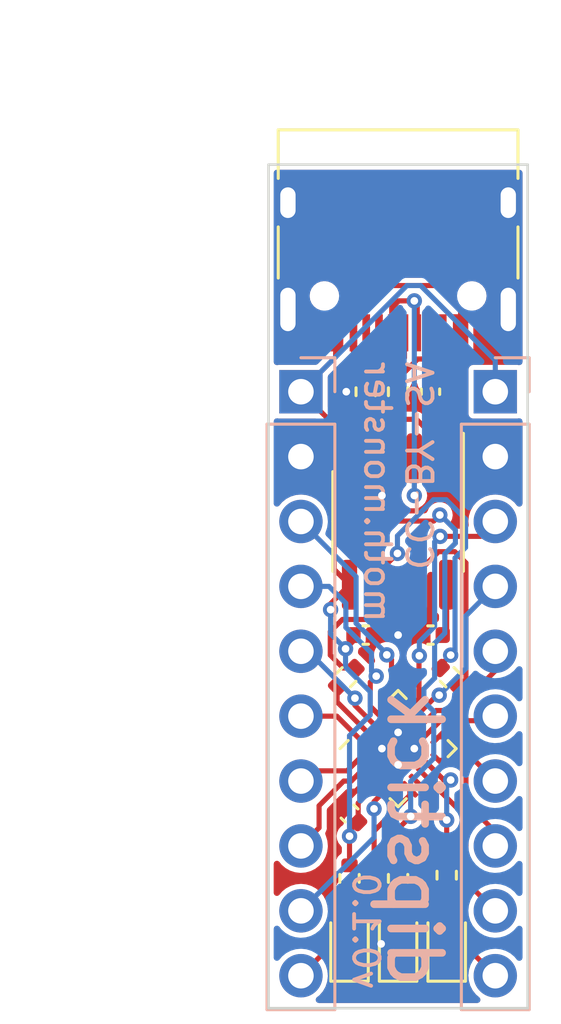
<source format=kicad_pcb>
(kicad_pcb (version 20211014) (generator pcbnew)
  (layers (0 "F.Cu" signal) (31 "B.Cu" signal) (34 "B.Paste" user) (35 "F.Paste" user) (36 "B.SilkS" user "B.Silkscreen") (37 "F.SilkS" user "F.Silkscreen") (38 "B.Mask" user) (39 "F.Mask" user) (44 "Edge.Cuts" user))
  (net 0 "")
  (net 3 "D-")
  (net 4 "D+")
  (net 5 "GND")
  (net 6 "Net-(U2-Pad8)")
  (net 7 "+5V")
  (net 8 "Net-(D1-Pad2)")
  (net 9 "Net-(D2-Pad2)")
  (net 10 "Net-(D3-Pad2)")
  (net 11 "Net-(J1-PadB5)")
  (net 12 "Net-(J1-PadA5)")
  (net 13 "C1")
  (net 14 "C2")
  (net 15 "C3")
  (net 16 "B4")
  (net 17 "A7")
  (net 18 "A6")
  (net 19 "A5")
  (net 20 "A4")
  (net 21 "B0")
  (net 22 "B1")
  (net 23 "B2")
  (net 24 "B3")
  (net 25 "A1")
  (net 26 "A2")
  (net 27 "A3")
  (net 28 "C0")
  (net 29 "TXLED")
  (net 30 "LED")
  (net 31 "UPDI")
  (net 32 "Net-(U2-Pad6)")
  (net 33 "Net-(U1-Pad19)")
  (footprint "Capacitor_SMD:C_0402_1005Metric" (layer "F.Cu") (at 31.75 43.815)
    (fp_text reference "C1" hide)
    (fp_text value "100nF")
    (fp_line (start -0.107836 -0.36) (end 0.107836 -0.36) (layer "F.SilkS") (width 0.12))
    (fp_line (start -0.107836 0.36) (end 0.107836 0.36) (layer "F.SilkS") (width 0.12))
    (pad "1" smd roundrect (at -0.48 0) (size 0.56 0.62) (layers "F.Cu" "F.Paste" "F.Mask") (net 5 "GND"))
    (pad "2" smd roundrect (at 0.48 0) (size 0.56 0.62) (layers "F.Cu" "F.Paste" "F.Mask") (net 6 "Net-(U2-Pad8)"))
  )
  (footprint "Package_SO:SOIC-8_3.9x4.9mm_P1.27mm" (layer "F.Cu") (at 30.48 39.37 -90)
    (fp_text reference "U2" hide)
    (fp_text value "CH330N")
    (fp_line (start 0 -2.56) (end -3.45 -2.56) (layer "F.SilkS") (width 0.12))
    (fp_line (start 0 -2.56) (end 1.95 -2.56) (layer "F.SilkS") (width 0.12))
    (fp_line (start 0 2.56) (end -1.95 2.56) (layer "F.SilkS") (width 0.12))
    (fp_line (start 0 2.56) (end 1.95 2.56) (layer "F.SilkS") (width 0.12))
    (pad "1" smd roundrect (at -2.475 -1.905 270) (size 1.95 0.6) (layers "F.Cu" "F.Paste" "F.Mask") (net 4 "D+"))
    (pad "2" smd roundrect (at -2.475 -0.635 270) (size 1.95 0.6) (layers "F.Cu" "F.Paste" "F.Mask") (net 3 "D-"))
    (pad "3" smd roundrect (at -2.475 0.635 270) (size 1.95 0.6) (layers "F.Cu" "F.Paste" "F.Mask") (net 5 "GND"))
    (pad "4" smd roundrect (at -2.475 1.905 270) (size 1.95 0.6) (layers "F.Cu" "F.Paste" "F.Mask") (net 29 "TXLED"))
    (pad "5" smd roundrect (at 2.475 1.905 270) (size 1.95 0.6) (layers "F.Cu" "F.Paste" "F.Mask") (net 7 "+5V"))
    (pad "6" smd roundrect (at 2.475 0.635 270) (size 1.95 0.6) (layers "F.Cu" "F.Paste" "F.Mask") (net 32 "Net-(U2-Pad6)"))
    (pad "7" smd roundrect (at 2.475 -0.635 270) (size 1.95 0.6) (layers "F.Cu" "F.Paste" "F.Mask") (net 31 "UPDI"))
    (pad "8" smd roundrect (at 2.475 -1.905 270) (size 1.95 0.6) (layers "F.Cu" "F.Paste" "F.Mask") (net 6 "Net-(U2-Pad8)"))
  )
  (footprint "Resistor_SMD:R_0402_1005Metric" (layer "F.Cu") (at 29.21 34.29 90)
    (fp_text reference "R2" hide)
    (fp_text value "5.1k")
    (fp_line (start -0.153641 -0.38) (end 0.153641 -0.38) (layer "F.SilkS") (width 0.12))
    (fp_line (start -0.153641 0.38) (end 0.153641 0.38) (layer "F.SilkS") (width 0.12))
    (pad "1" smd roundrect (at -0.51 0 90) (size 0.54 0.64) (layers "F.Cu" "F.Paste" "F.Mask") (net 5 "GND"))
    (pad "2" smd roundrect (at 0.51 0 90) (size 0.54 0.64) (layers "F.Cu" "F.Paste" "F.Mask") (net 11 "Net-(J1-PadB5)"))
  )
  (footprint "Capacitor_SMD:C_0402_1005Metric" (layer "F.Cu") (at 29.21 43.815)
    (fp_text reference "C3" hide)
    (fp_text value "100nF")
    (fp_line (start -0.107836 0.36) (end 0.107836 0.36) (layer "F.SilkS") (width 0.12))
    (fp_line (start -0.107836 -0.36) (end 0.107836 -0.36) (layer "F.SilkS") (width 0.12))
    (pad "1" smd roundrect (at -0.48 0) (size 0.56 0.62) (layers "F.Cu" "F.Paste" "F.Mask") (net 7 "+5V"))
    (pad "2" smd roundrect (at 0.48 0) (size 0.56 0.62) (layers "F.Cu" "F.Paste" "F.Mask") (net 5 "GND"))
  )
  (footprint "Connector_USB:USB_C_Receptacle_HRO_TYPE-C-31-M-12" (layer "F.Cu") (at 30.48 27.94 180)
    (fp_text reference "J1" hide)
    (fp_text value "USB_C_Receptacle_USB2.0" hide)
    (fp_line (start -4.7 -1.9) (end -4.7 0.1) (layer "F.SilkS") (width 0.12))
    (fp_line (start 4.7 -1.9) (end 4.7 0.1) (layer "F.SilkS") (width 0.12))
    (fp_line (start 4.7 2) (end 4.7 3.9) (layer "F.SilkS") (width 0.12))
    (fp_line (start -4.7 3.9) (end 4.7 3.9) (layer "F.SilkS") (width 0.12))
    (fp_line (start -4.7 2) (end -4.7 3.9) (layer "F.SilkS") (width 0.12))
    (pad "" np_thru_hole circle (at 2.89 -2.6 180) (size 0.65 0.65) (drill 0.65) (layers *.Cu *.Mask))
    (pad "" np_thru_hole circle (at -2.89 -2.6 180) (size 0.65 0.65) (drill 0.65) (layers *.Cu *.Mask))
    (pad "A1" smd rect (at -3.25 -4.045 180) (size 0.6 1.45) (layers "F.Cu" "F.Paste" "F.Mask") (net 5 "GND"))
    (pad "A4" smd rect (at -2.45 -4.045 180) (size 0.6 1.45) (layers "F.Cu" "F.Paste" "F.Mask") (net 7 "+5V"))
    (pad "A5" smd rect (at -1.25 -4.045 180) (size 0.3 1.45) (layers "F.Cu" "F.Paste" "F.Mask") (net 12 "Net-(J1-PadA5)"))
    (pad "A6" smd rect (at -0.25 -4.045 180) (size 0.3 1.45) (layers "F.Cu" "F.Paste" "F.Mask") (net 4 "D+"))
    (pad "A7" smd rect (at 0.25 -4.045 180) (size 0.3 1.45) (layers "F.Cu" "F.Paste" "F.Mask") (net 3 "D-"))
    (pad "A8" smd rect (at 1.25 -4.045 180) (size 0.3 1.45) (layers "F.Cu" "F.Paste" "F.Mask"))
    (pad "A9" smd rect (at 2.45 -4.045 180) (size 0.6 1.45) (layers "F.Cu" "F.Paste" "F.Mask") (net 7 "+5V"))
    (pad "A12" smd rect (at 3.25 -4.045 180) (size 0.6 1.45) (layers "F.Cu" "F.Paste" "F.Mask") (net 5 "GND"))
    (pad "B1" smd rect (at 3.25 -4.045 180) (size 0.6 1.45) (layers "F.Cu" "F.Paste" "F.Mask") (net 5 "GND"))
    (pad "B4" smd rect (at 2.45 -4.045 180) (size 0.6 1.45) (layers "F.Cu" "F.Paste" "F.Mask") (net 7 "+5V"))
    (pad "B5" smd rect (at 1.75 -4.045 180) (size 0.3 1.45) (layers "F.Cu" "F.Paste" "F.Mask") (net 11 "Net-(J1-PadB5)"))
    (pad "B6" smd rect (at 0.75 -4.045 180) (size 0.3 1.45) (layers "F.Cu" "F.Paste" "F.Mask") (net 4 "D+"))
    (pad "B7" smd rect (at -0.75 -4.045 180) (size 0.3 1.45) (layers "F.Cu" "F.Paste" "F.Mask") (net 3 "D-"))
    (pad "B8" smd rect (at -1.75 -4.045 180) (size 0.3 1.45) (layers "F.Cu" "F.Paste" "F.Mask"))
    (pad "B9" smd rect (at -2.45 -4.045 180) (size 0.6 1.45) (layers "F.Cu" "F.Paste" "F.Mask") (net 7 "+5V"))
    (pad "B12" smd rect (at -3.25 -4.045 180) (size 0.6 1.45) (layers "F.Cu" "F.Paste" "F.Mask") (net 5 "GND"))
    (pad "S1" thru_hole oval (at 4.32 -3.13 180) (size 1 2.1) (drill oval 0.6 1.7) (layers *.Cu *.Mask) (net 5 "GND"))
    (pad "S1" thru_hole oval (at 4.32 1.05 180) (size 1 1.6) (drill oval 0.6 1.2) (layers *.Cu *.Mask) (net 5 "GND"))
    (pad "S1" thru_hole oval (at -4.32 1.05 180) (size 1 1.6) (drill oval 0.6 1.2) (layers *.Cu *.Mask) (net 5 "GND"))
    (pad "S1" thru_hole oval (at -4.32 -3.13 180) (size 1 2.1) (drill oval 0.6 1.7) (layers *.Cu *.Mask) (net 5 "GND"))
  )
  (footprint "Resistor_SMD:R_0402_1005Metric" (layer "F.Cu") (at 32.385 53.215 -90)
    (fp_text reference "R7" hide)
    (fp_text value "1k")
    (fp_line (start -0.153641 0.38) (end 0.153641 0.38) (layer "F.SilkS") (width 0.12))
    (fp_line (start -0.153641 -0.38) (end 0.153641 -0.38) (layer "F.SilkS") (width 0.12))
    (pad "1" smd roundrect (at -0.51 0 270) (size 0.54 0.64) (layers "F.Cu" "F.Paste" "F.Mask") (net 30 "LED"))
    (pad "2" smd roundrect (at 0.51 0 270) (size 0.54 0.64) (layers "F.Cu" "F.Paste" "F.Mask") (net 10 "Net-(D3-Pad2)"))
  )
  (footprint "Resistor_SMD:R_0402_1005Metric" (layer "F.Cu") (at 30.48 53.34 -90)
    (fp_text reference "R6" hide)
    (fp_text value "1k")
    (fp_line (start -0.153641 -0.38) (end 0.153641 -0.38) (layer "F.SilkS") (width 0.12))
    (fp_line (start -0.153641 0.38) (end 0.153641 0.38) (layer "F.SilkS") (width 0.12))
    (pad "1" smd roundrect (at -0.51 0 270) (size 0.54 0.64) (layers "F.Cu" "F.Paste" "F.Mask") (net 29 "TXLED"))
    (pad "2" smd roundrect (at 0.51 0 270) (size 0.54 0.64) (layers "F.Cu" "F.Paste" "F.Mask") (net 9 "Net-(D2-Pad2)"))
  )
  (footprint "Resistor_SMD:R_0402_1005Metric" (layer "F.Cu") (at 28.448 45.466 45)
    (fp_text reference "R4" hide)
    (fp_text value "470R")
    (fp_line (start -0.153641 -0.38) (end 0.153641 -0.38) (layer "F.SilkS") (width 0.12))
    (fp_line (start -0.153641 0.38) (end 0.153641 0.38) (layer "F.SilkS") (width 0.12))
    (pad "1" smd roundrect (at -0.51 0 45) (size 0.54 0.64) (layers "F.Cu" "F.Paste" "F.Mask") (net 33 "Net-(U1-Pad19)"))
    (pad "2" smd roundrect (at 0.51 0 45) (size 0.54 0.64) (layers "F.Cu" "F.Paste" "F.Mask") (net 31 "UPDI"))
  )
  (footprint "LED_SMD:LED_0603_1608Metric" (layer "F.Cu") (at 32.385 55.88 90)
    (fp_text reference "D3" hide)
    (fp_text value "LED")
    (fp_line (start -1.485 0.735) (end 0.8 0.735) (layer "F.SilkS") (width 0.12))
    (fp_line (start -1.485 -0.735) (end -1.485 0.735) (layer "F.SilkS") (width 0.12))
    (fp_line (start 0.8 -0.735) (end -1.485 -0.735) (layer "F.SilkS") (width 0.12))
    (pad "1" smd roundrect (at -0.7875 0 90) (size 0.875 0.95) (layers "F.Cu" "F.Paste" "F.Mask") (net 5 "GND"))
    (pad "2" smd roundrect (at 0.7875 0 90) (size 0.875 0.95) (layers "F.Cu" "F.Paste" "F.Mask") (net 10 "Net-(D3-Pad2)"))
  )
  (footprint "Resistor_SMD:R_0402_1005Metric" (layer "F.Cu") (at 32.512 45.466 -45)
    (fp_text reference "R3" hide)
    (fp_text value "4k7")
    (fp_line (start -0.153641 0.38) (end 0.153641 0.38) (layer "F.SilkS") (width 0.12))
    (fp_line (start -0.153641 -0.38) (end 0.153641 -0.38) (layer "F.SilkS") (width 0.12))
    (pad "1" smd roundrect (at -0.51 0 315) (size 0.54 0.64) (layers "F.Cu" "F.Paste" "F.Mask") (net 32 "Net-(U2-Pad6)"))
    (pad "2" smd roundrect (at 0.51 0 315) (size 0.54 0.64) (layers "F.Cu" "F.Paste" "F.Mask") (net 31 "UPDI"))
  )
  (footprint "LED_SMD:LED_0603_1608Metric" (layer "F.Cu") (at 30.48 55.88 90)
    (fp_text reference "D2" hide)
    (fp_text value "LED")
    (fp_line (start -1.485 -0.735) (end -1.485 0.735) (layer "F.SilkS") (width 0.12))
    (fp_line (start -1.485 0.735) (end 0.8 0.735) (layer "F.SilkS") (width 0.12))
    (fp_line (start 0.8 -0.735) (end -1.485 -0.735) (layer "F.SilkS") (width 0.12))
    (pad "1" smd roundrect (at -0.7875 0 90) (size 0.875 0.95) (layers "F.Cu" "F.Paste" "F.Mask") (net 5 "GND"))
    (pad "2" smd roundrect (at 0.7875 0 90) (size 0.875 0.95) (layers "F.Cu" "F.Paste" "F.Mask") (net 9 "Net-(D2-Pad2)"))
  )
  (footprint "Resistor_SMD:R_0402_1005Metric" (layer "F.Cu") (at 28.575 53.34 -90)
    (fp_text reference "R5" hide)
    (fp_text value "1k")
    (fp_line (start -0.153641 0.38) (end 0.153641 0.38) (layer "F.SilkS") (width 0.12))
    (fp_line (start -0.153641 -0.38) (end 0.153641 -0.38) (layer "F.SilkS") (width 0.12))
    (pad "1" smd roundrect (at -0.51 0 270) (size 0.54 0.64) (layers "F.Cu" "F.Paste" "F.Mask") (net 7 "+5V"))
    (pad "2" smd roundrect (at 0.51 0 270) (size 0.54 0.64) (layers "F.Cu" "F.Paste" "F.Mask") (net 8 "Net-(D1-Pad2)"))
  )
  (footprint "LED_SMD:LED_0603_1608Metric" (layer "F.Cu") (at 28.575 55.88 90)
    (fp_text reference "D1" hide)
    (fp_text value "LED")
    (fp_line (start -1.485 -0.735) (end -1.485 0.735) (layer "F.SilkS") (width 0.12))
    (fp_line (start -1.485 0.735) (end 0.8 0.735) (layer "F.SilkS") (width 0.12))
    (fp_line (start 0.8 -0.735) (end -1.485 -0.735) (layer "F.SilkS") (width 0.12))
    (pad "1" smd roundrect (at -0.7875 0 90) (size 0.875 0.95) (layers "F.Cu" "F.Paste" "F.Mask") (net 5 "GND"))
    (pad "2" smd roundrect (at 0.7875 0 90) (size 0.875 0.95) (layers "F.Cu" "F.Paste" "F.Mask") (net 8 "Net-(D1-Pad2)"))
  )
  (footprint "Package_DFN_QFN:VQFN-20-1EP_3x3mm_P0.4mm_EP1.7x1.7mm" (layer "F.Cu") (at 30.48 48.26 45)
    (fp_text reference "U1" hide)
    (fp_text value "ATtiny3216-M")
    (fp_line (start 1.61 -1.61) (end 1.61 -1.16) (layer "F.SilkS") (width 0.12))
    (fp_line (start 1.61 1.61) (end 1.61 1.16) (layer "F.SilkS") (width 0.12))
    (fp_line (start -1.61 1.61) (end -1.61 1.16) (layer "F.SilkS") (width 0.12))
    (fp_line (start -1.16 -1.61) (end -1.61 -1.61) (layer "F.SilkS") (width 0.12))
    (fp_line (start 1.16 -1.61) (end 1.61 -1.61) (layer "F.SilkS") (width 0.12))
    (fp_line (start -1.16 1.61) (end -1.61 1.61) (layer "F.SilkS") (width 0.12))
    (fp_line (start 1.16 1.61) (end 1.61 1.61) (layer "F.SilkS") (width 0.12))
    (pad "1" smd custom (at -1.45 -0.8 45) (size 0.143431 0.143431) (layers "F.Cu" "F.Paste" "F.Mask") (net 26 "A2") (options (clearance outline) (anchor circle)) (primitives (gr_poly (pts (xy 0.35 0.000711) (xy 0.35 0.05) (xy -0.35 0.05) (xy -0.35 -0.05) (xy 0.299289 -0.05)) (width 0.1) (fill yes))))
    (pad "2" smd roundrect (at -1.45 -0.4 45) (size 0.8 0.2) (layers "F.Cu" "F.Paste" "F.Mask") (net 27 "A3"))
    (pad "3" smd roundrect (at -1.45 0 45) (size 0.8 0.2) (layers "F.Cu" "F.Paste" "F.Mask") (net 5 "GND"))
    (pad "4" smd roundrect (at -1.45 0.4 45) (size 0.8 0.2) (layers "F.Cu" "F.Paste" "F.Mask") (net 7 "+5V"))
    (pad "5" smd custom (at -1.45 0.8 45) (size 0.143431 0.143431) (layers "F.Cu" "F.Paste" "F.Mask") (net 20 "A4") (options (clearance outline) (anchor circle)) (primitives (gr_poly (pts (xy 0.35 -0.000711) (xy 0.299289 0.05) (xy -0.35 0.05) (xy -0.35 -0.05) (xy 0.35 -0.05)) (width 0.1) (fill yes))))
    (pad "6" smd custom (at -0.8 1.45 45) (size 0.143431 0.143431) (layers "F.Cu" "F.Paste" "F.Mask") (net 19 "A5") (options (clearance outline) (anchor circle)) (primitives (gr_poly (pts (xy 0.05 0.35) (xy -0.05 0.35) (xy -0.05 -0.299289) (xy 0.000711 -0.35) (xy 0.05 -0.35)) (width 0.1) (fill yes))))
    (pad "7" smd roundrect (at -0.4 1.45 45) (size 0.2 0.8) (layers "F.Cu" "F.Paste" "F.Mask") (net 18 "A6"))
    (pad "8" smd roundrect (at 0 1.45 45) (size 0.2 0.8) (layers "F.Cu" "F.Paste" "F.Mask") (net 17 "A7"))
    (pad "9" smd roundrect (at 0.4 1.45 45) (size 0.2 0.8) (layers "F.Cu" "F.Paste" "F.Mask") (net 30 "LED"))
    (pad "10" smd custom (at 0.8 1.45 45) (size 0.143431 0.143431) (layers "F.Cu" "F.Paste" "F.Mask") (net 16 "B4") (options (clearance outline) (anchor circle)) (primitives (gr_poly (pts (xy 0.05 -0.299289) (xy 0.05 0.35) (xy -0.05 0.35) (xy -0.05 -0.35) (xy -0.000711 -0.35)) (width 0.1) (fill yes))))
    (pad "11" smd custom (at 1.45 0.8 45) (size 0.143431 0.143431) (layers "F.Cu" "F.Paste" "F.Mask") (net 24 "B3") (options (clearance outline) (anchor circle)) (primitives (gr_poly (pts (xy 0.35 0.05) (xy -0.299289 0.05) (xy -0.35 -0.000711) (xy -0.35 -0.05) (xy 0.35 -0.05)) (width 0.1) (fill yes))))
    (pad "12" smd roundrect (at 1.45 0.4 45) (size 0.8 0.2) (layers "F.Cu" "F.Paste" "F.Mask") (net 23 "B2"))
    (pad "13" smd roundrect (at 1.45 0 45) (size 0.8 0.2) (layers "F.Cu" "F.Paste" "F.Mask") (net 22 "B1"))
    (pad "14" smd roundrect (at 1.45 -0.4 45) (size 0.8 0.2) (layers "F.Cu" "F.Paste" "F.Mask") (net 21 "B0"))
    (pad "15" smd custom (at 1.45 -0.8 45) (size 0.143431 0.143431) (layers "F.Cu" "F.Paste" "F.Mask") (net 28 "C0") (options (clearance outline) (anchor circle)) (primitives (gr_poly (pts (xy 0.35 0.05) (xy -0.35 0.05) (xy -0.35 0.000711) (xy -0.299289 -0.05) (xy 0.35 -0.05)) (width 0.1) (fill yes))))
    (pad "16" smd custom (at 0.8 -1.45 45) (size 0.143431 0.143431) (layers "F.Cu" "F.Paste" "F.Mask") (net 13 "C1") (options (clearance outline) (anchor circle)) (primitives (gr_poly (pts (xy 0.05 0.299289) (xy -0.000711 0.35) (xy -0.05 0.35) (xy -0.05 -0.35) (xy 0.05 -0.35)) (width 0.1) (fill yes))))
    (pad "17" smd roundrect (at 0.4 -1.45 45) (size 0.2 0.8) (layers "F.Cu" "F.Paste" "F.Mask") (net 14 "C2"))
    (pad "18" smd roundrect (at 0 -1.45 45) (size 0.2 0.8) (layers "F.Cu" "F.Paste" "F.Mask") (net 15 "C3"))
    (pad "19" smd roundrect (at -0.4 -1.45 45) (size 0.2 0.8) (layers "F.Cu" "F.Paste" "F.Mask") (net 33 "Net-(U1-Pad19)"))
    (pad "20" smd custom (at -0.8 -1.45 45) (size 0.143431 0.143431) (layers "F.Cu" "F.Paste" "F.Mask") (net 25 "A1") (options (clearance outline) (anchor circle)) (primitives (gr_poly (pts (xy 0.05 0.35) (xy 0.000711 0.35) (xy -0.05 0.299289) (xy -0.05 -0.35) (xy 0.05 -0.35)) (width 0.1) (fill yes))))
    (pad "21" smd rect (at 0 0 45) (size 1.7 1.7) (layers "F.Cu" "F.Mask") (net 5 "GND"))
  )
  (footprint "Capacitor_SMD:C_0402_1005Metric" (layer "F.Cu") (at 28.575 50.8 135)
    (fp_text reference "C4" hide)
    (fp_text value "100nF")
    (fp_line (start -0.107836 0.36) (end 0.107836 0.36) (layer "F.SilkS") (width 0.12))
    (fp_line (start -0.107836 -0.36) (end 0.107836 -0.36) (layer "F.SilkS") (width 0.12))
    (pad "1" smd roundrect (at -0.48 0 135) (size 0.56 0.62) (layers "F.Cu" "F.Paste" "F.Mask") (net 7 "+5V"))
    (pad "2" smd roundrect (at 0.48 0 135) (size 0.56 0.62) (layers "F.Cu" "F.Paste" "F.Mask") (net 5 "GND"))
  )
  (footprint "Capacitor_SMD:C_0402_1005Metric" (layer "F.Cu") (at 31.75 34.29 -90)
    (fp_text reference "C2" hide)
    (fp_text value "4.7uF")
    (fp_line (start -0.107836 -0.36) (end 0.107836 -0.36) (layer "F.SilkS") (width 0.12))
    (fp_line (start -0.107836 0.36) (end 0.107836 0.36) (layer "F.SilkS") (width 0.12))
    (pad "1" smd roundrect (at -0.48 0 270) (size 0.56 0.62) (layers "F.Cu" "F.Paste" "F.Mask") (net 7 "+5V"))
    (pad "2" smd roundrect (at 0.48 0 270) (size 0.56 0.62) (layers "F.Cu" "F.Paste" "F.Mask") (net 5 "GND"))
  )
  (footprint "Resistor_SMD:R_0402_1005Metric" (layer "F.Cu") (at 30.48 34.29 -90)
    (fp_text reference "R1" hide)
    (fp_text value "5.1k")
    (fp_line (start -0.153641 -0.38) (end 0.153641 -0.38) (layer "F.SilkS") (width 0.12))
    (fp_line (start -0.153641 0.38) (end 0.153641 0.38) (layer "F.SilkS") (width 0.12))
    (pad "1" smd roundrect (at -0.51 0 270) (size 0.54 0.64) (layers "F.Cu" "F.Paste" "F.Mask") (net 12 "Net-(J1-PadA5)"))
    (pad "2" smd roundrect (at 0.51 0 270) (size 0.54 0.64) (layers "F.Cu" "F.Paste" "F.Mask") (net 5 "GND"))
  )
  (footprint "Connector_PinHeader_2.54mm:PinHeader_1x10_P2.54mm_Vertical" (layer "B.Cu") (at 34.29 34.29 180)
    (fp_text reference "J3" hide)
    (fp_text value "Conn_01x10_Male" hide)
    (fp_line (start -1.33 -24.19) (end 1.33 -24.19) (layer "B.SilkS") (width 0.12))
    (fp_line (start -1.33 -1.27) (end -1.33 -24.19) (layer "B.SilkS") (width 0.12))
    (fp_line (start -1.33 1.33) (end 0 1.33) (layer "B.SilkS") (width 0.12))
    (fp_line (start -1.33 -1.27) (end 1.33 -1.27) (layer "B.SilkS") (width 0.12))
    (fp_line (start -1.33 0) (end -1.33 1.33) (layer "B.SilkS") (width 0.12))
    (fp_line (start 1.33 -1.27) (end 1.33 -24.19) (layer "B.SilkS") (width 0.12))
    (pad "1" thru_hole rect (at 0 0 180) (size 1.7 1.7) (drill 1) (layers *.Cu *.Mask) (net 7 "+5V"))
    (pad "2" thru_hole oval (at 0 -2.54 180) (size 1.7 1.7) (drill 1) (layers *.Cu *.Mask) (net 5 "GND"))
    (pad "3" thru_hole oval (at 0 -5.08 180) (size 1.7 1.7) (drill 1) (layers *.Cu *.Mask) (net 28 "C0"))
    (pad "4" thru_hole oval (at 0 -7.62 180) (size 1.7 1.7) (drill 1) (layers *.Cu *.Mask) (net 21 "B0"))
    (pad "5" thru_hole oval (at 0 -10.16 180) (size 1.7 1.7) (drill 1) (layers *.Cu *.Mask) (net 22 "B1"))
    (pad "6" thru_hole oval (at 0 -12.7 180) (size 1.7 1.7) (drill 1) (layers *.Cu *.Mask) (net 23 "B2"))
    (pad "7" thru_hole oval (at 0 -15.24 180) (size 1.7 1.7) (drill 1) (layers *.Cu *.Mask) (net 24 "B3"))
    (pad "8" thru_hole oval (at 0 -17.78 180) (size 1.7 1.7) (drill 1) (layers *.Cu *.Mask) (net 16 "B4"))
    (pad "9" thru_hole oval (at 0 -20.32 180) (size 1.7 1.7) (drill 1) (layers *.Cu *.Mask) (net 17 "A7"))
    (pad "10" thru_hole oval (at 0 -22.86 180) (size 1.7 1.7) (drill 1) (layers *.Cu *.Mask) (net 18 "A6"))
  )
  (footprint "Connector_PinHeader_2.54mm:PinHeader_1x10_P2.54mm_Vertical" (layer "B.Cu") (at 26.67 34.29 180)
    (fp_text reference "J2" hide)
    (fp_text value "Conn_01x10_Male" hide)
    (fp_line (start -1.33 -24.19) (end 1.33 -24.19) (layer "B.SilkS") (width 0.12))
    (fp_line (start -1.33 1.33) (end 0 1.33) (layer "B.SilkS") (width 0.12))
    (fp_line (start -1.33 -1.27) (end 1.33 -1.27) (layer "B.SilkS") (width 0.12))
    (fp_line (start 1.33 -1.27) (end 1.33 -24.19) (layer "B.SilkS") (width 0.12))
    (fp_line (start -1.33 -1.27) (end -1.33 -24.19) (layer "B.SilkS") (width 0.12))
    (fp_line (start -1.33 0) (end -1.33 1.33) (layer "B.SilkS") (width 0.12))
    (pad "1" thru_hole rect (at 0 0 180) (size 1.7 1.7) (drill 1) (layers *.Cu *.Mask) (net 7 "+5V"))
    (pad "2" thru_hole oval (at 0 -2.54 180) (size 1.7 1.7) (drill 1) (layers *.Cu *.Mask) (net 5 "GND"))
    (pad "3" thru_hole oval (at 0 -5.08 180) (size 1.7 1.7) (drill 1) (layers *.Cu *.Mask) (net 13 "C1"))
    (pad "4" thru_hole oval (at 0 -7.62 180) (size 1.7 1.7) (drill 1) (layers *.Cu *.Mask) (net 14 "C2"))
    (pad "5" thru_hole oval (at 0 -10.16 180) (size 1.7 1.7) (drill 1) (layers *.Cu *.Mask) (net 15 "C3"))
    (pad "6" thru_hole oval (at 0 -12.7 180) (size 1.7 1.7) (drill 1) (layers *.Cu *.Mask) (net 25 "A1"))
    (pad "7" thru_hole oval (at 0 -15.24 180) (size 1.7 1.7) (drill 1) (layers *.Cu *.Mask) (net 26 "A2"))
    (pad "8" thru_hole oval (at 0 -17.78 180) (size 1.7 1.7) (drill 1) (layers *.Cu *.Mask) (net 27 "A3"))
    (pad "9" thru_hole oval (at 0 -20.32 180) (size 1.7 1.7) (drill 1) (layers *.Cu *.Mask) (net 20 "A4"))
    (pad "10" thru_hole oval (at 0 -22.86 180) (size 1.7 1.7) (drill 1) (layers *.Cu *.Mask) (net 19 "A5"))
  )
  (gr_line (start 35.56 58.42) (end 35.56 25.4) (layer "Edge.Cuts") (width 0.1))
  (gr_line (start 25.4 25.4) (end 25.4 58.42) (layer "Edge.Cuts") (width 0.1))
  (gr_line (start 35.56 25.4) (end 25.4 25.4) (layer "Edge.Cuts") (width 0.1))
  (gr_line (start 25.4 58.42) (end 35.56 58.42) (layer "Edge.Cuts") (width 0.1))
  (gr_text "v0.1.0" (at 29.21 57.785 270) (layer "B.SilkS") (effects (font (size 1 1)) (justify left mirror)))
  (gr_text "dipstick" (at 31.115 57.785 270) (layer "B.SilkS") (effects (font (size 2 2) (thickness 0.3)) (justify left mirror)))
  (gr_text "CC-BY-SA\nmoth.monster" (at 30.48 33.02 270) (layer "B.SilkS") (effects (font (size 1 1)) (justify right mirror)))
  (segment (start 30.23 31.010978) (end 30.23 31.985) (width 0.2) (layer "F.Cu") (net 3))
  (segment (start 31.23 30.849) (end 31.23 31.985) (width 0.2) (layer "F.Cu") (net 3))
  (segment (start 31.115 30.734) (end 30.506978 30.734) (width 0.2) (layer "F.Cu") (net 3))
  (segment (start 30.506978 30.734) (end 30.23 31.010978) (width 0.2) (layer "F.Cu") (net 3))
  (segment (start 31.115 36.895) (end 31.115 38.354) (width 0.2) (layer "F.Cu") (net 3))
  (segment (start 31.115 30.734) (end 31.23 30.849) (width 0.2) (layer "F.Cu") (net 3))
  (via (at 31.115 30.734) (size 0.6) (drill 0.3) (layers "F.Cu" "B.Cu") (net 3))
  (via (at 31.115 38.354) (size 0.6) (drill 0.3) (layers "F.Cu" "B.Cu") (net 3))
  (segment (start 31.115 38.354) (end 31.115 30.734) (width 0.2) (layer "B.Cu") (net 3))
  (segment (start 30.669022 33.02) (end 29.845 33.02) (width 0.2) (layer "F.Cu") (net 4))
  (segment (start 30.115016 35.36952) (end 31.200238 35.36952) (width 0.2) (layer "F.Cu") (net 4))
  (segment (start 30.73 32.959022) (end 30.669022 33.02) (width 0.2) (layer "F.Cu") (net 4))
  (segment (start 29.845 35.099504) (end 30.115016 35.36952) (width 0.2) (layer "F.Cu") (net 4))
  (segment (start 29.845 33.02) (end 29.73 32.905) (width 0.2) (layer "F.Cu") (net 4))
  (segment (start 30.73 31.985) (end 30.73 32.959022) (width 0.2) (layer "F.Cu") (net 4))
  (segment (start 29.73 32.905) (end 29.73 31.985) (width 0.2) (layer "F.Cu") (net 4))
  (segment (start 29.845 33.02) (end 29.845 35.099504) (width 0.2) (layer "F.Cu") (net 4))
  (segment (start 31.200238 35.36952) (end 32.385 36.554283) (width 0.2) (layer "F.Cu") (net 4))
  (segment (start 29.845 36.895) (end 29.845 38.354) (width 0.2) (layer "F.Cu") (net 5))
  (segment (start 28.958 34.8) (end 28.448 34.29) (width 0.2) (layer "F.Cu") (net 5))
  (segment (start 33.260978 33.02) (end 33.655 33.02) (width 0.2) (layer "F.Cu") (net 5))
  (segment (start 34.29 36.83) (end 32.23 34.77) (width 0.2) (layer "F.Cu") (net 5))
  (segment (start 30.444511 38.953511) (end 31.363327 38.953511) (width 0.2) (layer "F.Cu") (net 5))
  (segment (start 29.69 43.815) (end 30.48 43.815) (width 0.2) (layer "F.Cu") (net 5))
  (segment (start 29.21 34.8) (end 28.958 34.8) (width 0.2) (layer "F.Cu") (net 5))
  (segment (start 29.454695 49.285305) (end 30.48 48.26) (width 0.2) (layer "F.Cu") (net 5))
  (segment (start 31.75 34.77) (end 33.140489 33.379511) (width 0.2) (layer "F.Cu") (net 5))
  (segment (start 32.089838 38.227) (end 32.893 38.227) (width 0.2) (layer "F.Cu") (net 5))
  (segment (start 33.140489 33.379511) (end 33.140489 33.140489) (width 0.2) (layer "F.Cu") (net 5))
  (segment (start 33.140489 33.140489) (end 33.260978 33.02) (width 0.2) (layer "F.Cu") (net 5))
  (segment (start 33.885 31.985) (end 34.8 31.07) (width 0.2) (layer "F.Cu") (net 5))
  (segment (start 31.363327 38.953511) (end 32.089838 38.227) (width 0.2) (layer "F.Cu") (net 5))
  (segment (start 33.73 32.945) (end 33.73 31.985) (width 0.2) (layer "F.Cu") (net 5))
  (segment (start 32.893 38.227) (end 34.29 36.83) (width 0.2) (layer "F.Cu") (net 5))
  (segment (start 29.845 38.354) (end 30.444511 38.953511) (width 0.2) (layer "F.Cu") (net 5))
  (segment (start 30.48 43.815) (end 31.27 43.815) (width 0.2) (layer "F.Cu") (net 5))
  (segment (start 27.075 31.985) (end 26.16 31.07) (width 0.2) (layer "F.Cu") (net 5))
  (segment (start 33.655 33.02) (end 33.73 32.945) (width 0.2) (layer "F.Cu") (net 5))
  (segment (start 30.48 34.8) (end 31.72 34.8) (width 0.2) (layer "F.Cu") (net 5))
  (segment (start 30.48 56.569716) (end 29.814553 55.904269) (width 0.2) (layer "F.Cu") (net 5))
  (segment (start 32.23 34.77) (end 31.75 34.77) (width 0.2) (layer "F.Cu") (net 5))
  (segment (start 29.454695 49.285305) (end 28.279411 50.460589) (width 0.2) (layer "F.Cu") (net 5))
  (via (at 30.48 43.815) (size 0.6) (drill 0.3) (layers "F.Cu" "B.Cu") (net 5))
  (via (at 30.48 47.625) (size 0.6) (drill 0.3) (layers "F.Cu" "B.Cu") (net 5))
  (via (at 28.448 34.29) (size 0.6) (drill 0.3) (layers "F.Cu" "B.Cu") (net 5))
  (via (at 29.845 38.354) (size 0.6) (drill 0.3) (layers "F.Cu" "B.Cu") (net 5))
  (via (at 29.814553 55.904269) (size 0.6) (drill 0.3) (layers "F.Cu" "B.Cu") (net 5))
  (via (at 29.845 48.26) (size 0.6) (drill 0.3) (layers "F.Cu" "B.Cu") (net 5))
  (via (at 30.48 48.895) (size 0.6) (drill 0.3) (layers "F.Cu" "B.Cu") (net 5))
  (via (at 31.115 48.26) (size 0.6) (drill 0.3) (layers "F.Cu" "B.Cu") (net 5))
  (segment (start 30.136168 49.238832) (end 30.48 48.895) (width 0.2) (layer "B.Cu") (net 5))
  (segment (start 30.136168 55.582654) (end 30.136168 49.238832) (width 0.2) (layer "B.Cu") (net 5))
  (segment (start 29.814553 55.904269) (end 30.136168 55.582654) (width 0.2) (layer "B.Cu") (net 5))
  (segment (start 32.385 41.845) (end 32.385 43.66) (width 0.2) (layer "F.Cu") (net 6))
  (segment (start 31.75 33.81) (end 32.93 32.63) (width 0.2) (layer "F.Cu") (net 7))
  (segment (start 27.97548 41.24548) (end 27.97548 35.59548) (width 0.2) (layer "F.Cu") (net 7))
  (segment (start 27.832668 42.82051) (end 27.832668 42.587332) (width 0.2) (layer "F.Cu") (net 7))
  (segment (start 28.575 41.845) (end 27.97548 41.24548) (width 0.2) (layer "F.Cu") (net 7))
  (segment (start 26.67 34.29) (end 28.03 32.93) (width 0.2) (layer "F.Cu") (net 7))
  (segment (start 28.575 51.478822) (end 28.914411 51.139411) (width 0.2) (layer "F.Cu") (net 7))
  (segment (start 29.737538 49.568148) (end 28.914411 50.391275) (width 0.2) (layer "F.Cu") (net 7))
  (segment (start 29.174511 30.134489) (end 28.03 31.279) (width 0.2) (layer "F.Cu") (net 7))
  (segment (start 28.03 31.279) (end 28.03 31.985) (width 0.2) (layer "F.Cu") (net 7))
  (segment (start 27.832668 42.587332) (end 28.575 41.845) (width 0.2) (layer "F.Cu") (net 7))
  (segment (start 28.575 51.689) (end 28.575 51.478822) (width 0.2) (layer "F.Cu") (net 7))
  (segment (start 28.73 43.815) (end 28.73 44.041718) (width 0.2) (layer "F.Cu") (net 7))
  (segment (start 32.004489 30.134489) (end 29.174511 30.134489) (width 0.2) (layer "F.Cu") (net 7))
  (segment (start 32.93 31.06) (end 32.004489 30.134489) (width 0.2) (layer "F.Cu") (net 7))
  (segment (start 27.97548 35.59548) (end 26.67 34.29) (width 0.2) (layer "F.Cu") (net 7))
  (segment (start 32.93 31.985) (end 32.93 31.06) (width 0.2) (layer "F.Cu") (net 7))
  (segment (start 28.914411 50.391275) (end 28.914411 51.139411) (width 0.2) (layer "F.Cu") (net 7))
  (segment (start 28.575 52.83) (end 28.575 51.689) (width 0.2) (layer "F.Cu") (net 7))
  (segment (start 32.93 32.63) (end 32.93 31.985) (width 0.2) (layer "F.Cu") (net 7))
  (segment (start 28.73 44.041718) (end 28.419011 44.352707) (width 0.2) (layer "F.Cu") (net 7))
  (segment (start 28.03 32.93) (end 28.03 31.985) (width 0.2) (layer "F.Cu") (net 7))
  (via (at 27.832668 42.82051) (size 0.6) (drill 0.3) (layers "F.Cu" "B.Cu") (net 7))
  (via (at 28.575 51.689) (size 0.6) (drill 0.3) (layers "F.Cu" "B.Cu") (net 7))
  (via (at 28.419011 44.352707) (size 0.6) (drill 0.3) (layers "F.Cu" "B.Cu") (net 7))
  (segment (start 27.832668 42.82051) (end 27.832668 43.766364) (width 0.2) (layer "B.Cu") (net 7))
  (segment (start 27.832668 43.766364) (end 28.419011 44.352707) (width 0.2) (layer "B.Cu") (net 7))
  (segment (start 28.575 47.752) (end 29.387053 46.939947) (width 0.2) (layer "B.Cu") (net 7))
  (segment (start 28.419011 45.069037) (end 28.419011 44.352707) (width 0.2) (layer "B.Cu") (net 7))
  (segment (start 29.387053 46.037079) (end 28.419011 45.069037) (width 0.2) (layer "B.Cu") (net 7))
  (segment (start 29.387053 46.939947) (end 29.387053 46.037079) (width 0.2) (layer "B.Cu") (net 7))
  (segment (start 30.825511 30.134489) (end 26.67 34.29) (width 0.2) (layer "B.Cu") (net 7))
  (segment (start 34.29 33.061162) (end 31.363327 30.134489) (width 0.2) (layer "B.Cu") (net 7))
  (segment (start 31.363327 30.134489) (end 30.825511 30.134489) (width 0.2) (layer "B.Cu") (net 7))
  (segment (start 34.29 34.29) (end 34.29 33.061162) (width 0.2) (layer "B.Cu") (net 7))
  (segment (start 28.575 51.689) (end 28.575 47.752) (width 0.2) (layer "B.Cu") (net 7))
  (segment (start 28.575 55.0925) (end 28.575 53.85) (width 0.2) (layer "F.Cu") (net 8))
  (segment (start 30.48 55.0925) (end 30.48 53.85) (width 0.2) (layer "F.Cu") (net 9))
  (segment (start 32.385 55.0925) (end 32.385 53.725) (width 0.2) (layer "F.Cu") (net 10))
  (segment (start 29.21 33.78) (end 28.73 33.3) (width 0.2) (layer "F.Cu") (net 11))
  (segment (start 28.73 33.3) (end 28.73 31.985) (width 0.2) (layer "F.Cu") (net 11))
  (segment (start 31.679511 33.009511) (end 31.73 32.959022) (width 0.2) (layer "F.Cu") (net 12))
  (segment (start 31.250489 33.009511) (end 31.679511 33.009511) (width 0.2) (layer "F.Cu") (net 12))
  (segment (start 30.48 33.78) (end 31.250489 33.009511) (width 0.2) (layer "F.Cu") (net 12))
  (segment (start 31.73 32.959022) (end 31.73 31.985) (width 0.2) (layer "F.Cu") (net 12))
  (segment (start 30.22181 46.467581) (end 30.22181 44.775647) (width 0.2) (layer "F.Cu") (net 13))
  (segment (start 30.020381 46.66901) (end 30.22181 46.467581) (width 0.2) (layer "F.Cu") (net 13))
  (segment (start 30.020381 46.66901) (end 30.03899 46.66901) (width 0.2) (layer "F.Cu") (net 13))
  (segment (start 30.22181 44.775647) (end 30.03643 44.590267) (width 0.2) (layer "F.Cu") (net 13))
  (via (at 30.03643 44.590267) (size 0.6) (drill 0.3) (layers "F.Cu" "B.Cu") (net 13))
  (segment (start 28.831699 43.352551) (end 30.03643 44.557282) (width 0.2) (layer "B.Cu") (net 13))
  (segment (start 26.67 39.37) (end 28.831699 41.531699) (width 0.2) (layer "B.Cu") (net 13))
  (segment (start 30.03643 44.557282) (end 30.03643 44.590267) (width 0.2) (layer "B.Cu") (net 13))
  (segment (start 28.831699 41.531699) (end 28.831699 43.352551) (width 0.2) (layer "B.Cu") (net 13))
  (segment (start 29.388019 46.602333) (end 29.388019 45.658783) (width 0.2) (layer "F.Cu") (net 14))
  (segment (start 29.737538 46.951852) (end 29.388019 46.602333) (width 0.2) (layer "F.Cu") (net 14))
  (segment (start 29.388019 45.658783) (end 29.622299 45.424503) (width 0.2) (layer "F.Cu") (net 14))
  (via (at 29.622299 45.424503) (size 0.6) (drill 0.3) (layers "F.Cu" "B.Cu") (net 14))
  (segment (start 26.67 41.91) (end 27.769996 41.91) (width 0.2) (layer "B.Cu") (net 14))
  (segment (start 28.432179 43.518037) (end 29.436919 44.522777) (width 0.2) (layer "B.Cu") (net 14))
  (segment (start 28.432179 42.572183) (end 28.432179 43.518037) (width 0.2) (layer "B.Cu") (net 14))
  (segment (start 29.436919 44.522777) (end 29.436919 45.239123) (width 0.2) (layer "B.Cu") (net 14))
  (segment (start 29.436919 45.239123) (end 29.622299 45.424503) (width 0.2) (layer "B.Cu") (net 14))
  (segment (start 27.769996 41.91) (end 28.432179 42.572183) (width 0.2) (layer "B.Cu") (net 14))
  (segment (start 28.787542 46.567542) (end 28.787542 46.285406) (width 0.2) (layer "F.Cu") (net 15))
  (segment (start 29.454695 47.234695) (end 28.787542 46.567542) (width 0.2) (layer "F.Cu") (net 15))
  (via (at 28.787542 46.285406) (size 0.6) (drill 0.3) (layers "F.Cu" "B.Cu") (net 15))
  (segment (start 28.787542 46.285406) (end 26.952136 44.45) (width 0.2) (layer "B.Cu") (net 15))
  (segment (start 33.140489 49.239361) (end 32.620747 48.719619) (width 0.2) (layer "F.Cu") (net 16))
  (segment (start 34.29 51.519542) (end 33.140489 50.370031) (width 0.2) (layer "F.Cu") (net 16))
  (segment (start 32.620747 48.719619) (end 32.07099 48.719619) (width 0.2) (layer "F.Cu") (net 16))
  (segment (start 33.140489 50.370031) (end 33.140489 49.239361) (width 0.2) (layer "F.Cu") (net 16))
  (segment (start 33.140489 53.460489) (end 33.140489 52.063489) (width 0.2) (layer "F.Cu") (net 17))
  (segment (start 33.140489 51.568512) (end 33.140489 51.485495) (width 0.2) (layer "F.Cu") (net 17))
  (segment (start 31.971501 49.751501) (end 31.505305 49.285305) (width 0.2) (layer "F.Cu") (net 17))
  (segment (start 33.2105 53.5305) (end 33.140489 53.460489) (width 0.2) (layer "F.Cu") (net 17))
  (segment (start 34.29 54.61) (end 33.2105 53.5305) (width 0.2) (layer "F.Cu") (net 17))
  (segment (start 33.140489 52.063489) (end 33.140489 51.568512) (width 0.2) (layer "F.Cu") (net 17))
  (segment (start 33.140489 52.063489) (end 33.140489 50.935037) (width 0.2) (layer "F.Cu") (net 17))
  (segment (start 33.140489 50.935037) (end 31.964227 49.758775) (width 0.2) (layer "F.Cu") (net 17))
  (segment (start 31.964556 55.88) (end 31.571981 55.487425) (width 0.2) (layer "F.Cu") (net 18))
  (segment (start 31.571981 55.487425) (end 31.571981 49.917667) (width 0.2) (layer "F.Cu") (net 18))
  (segment (start 34.29 57.15) (end 33.02 55.88) (width 0.2) (layer "F.Cu") (net 18))
  (segment (start 33.02 55.88) (end 31.964556 55.88) (width 0.2) (layer "F.Cu") (net 18))
  (segment (start 31.571981 49.917667) (end 31.222462 49.568148) (width 0.2) (layer "F.Cu") (net 18))
  (segment (start 29.54002 55.19402) (end 29.54002 51.48598) (width 0.2) (layer "F.Cu") (net 19))
  (segment (start 29.5402 55.330784) (end 29.5402 55.1942) (width 0.2) (layer "F.Cu") (net 19))
  (segment (start 27.94 55.88) (end 28.995444 55.88) (width 0.2) (layer "F.Cu") (net 19))
  (segment (start 26.67 57.15) (end 27.94 55.88) (width 0.2) (layer "F.Cu") (net 19))
  (segment (start 29.5402 55.1942) (end 29.54002 55.19402) (width 0.2) (layer "F.Cu") (net 19))
  (segment (start 29.34952 55.521464) (end 29.5402 55.330784) (width 0.2) (layer "F.Cu") (net 19))
  (segment (start 28.995444 55.88) (end 29.34952 55.525924) (width 0.2) (layer "F.Cu") (net 19))
  (segment (start 29.34952 55.525924) (end 29.34952 55.521464) (width 0.2) (layer "F.Cu") (net 19))
  (segment (start 30.939619 50.086381) (end 30.939619 49.85099) (width 0.2) (layer "F.Cu") (net 19))
  (segment (start 29.54002 51.48598) (end 30.939619 50.086381) (width 0.2) (layer "F.Cu") (net 19))
  (segment (start 29.536657 50.334714) (end 30.020381 49.85099) (width 0.2) (layer "F.Cu") (net 20))
  (segment (start 29.536657 50.616851) (end 29.536657 50.334714) (width 0.2) (layer "F.Cu") (net 20))
  (via (at 29.536657 50.616851) (size 0.6) (drill 0.3) (layers "F.Cu" "B.Cu") (net 20))
  (segment (start 26.67 54.61) (end 29.536657 51.743343) (width 0.2) (layer "B.Cu") (net 20))
  (segment (start 29.536657 51.743343) (end 29.536657 50.616851) (width 0.2) (layer "B.Cu") (net 20))
  (segment (start 32.005315 46.168999) (end 32.091076 46.168999) (width 0.2) (layer "F.Cu") (net 21))
  (segment (start 31.222462 46.951852) (end 32.005315 46.168999) (width 0.2) (layer "F.Cu") (net 21))
  (via (at 32.091076 46.168999) (size 0.6) (drill 0.3) (layers "F.Cu" "B.Cu") (net 21))
  (segment (start 33.140489 43.059511) (end 34.29 41.91) (width 0.2) (layer "B.Cu") (net 21))
  (segment (start 32.091076 46.168999) (end 33.140489 45.119585) (width 0.2) (layer "B.Cu") (net 21))
  (segment (start 33.140489 45.119585) (end 33.140489 43.059511) (width 0.2) (layer "B.Cu") (net 21))
  (segment (start 34.29 45.214671) (end 33.02 46.484671) (width 0.2) (layer "F.Cu") (net 22))
  (segment (start 34.29 44.45) (end 34.29 45.214671) (width 0.2) (layer "F.Cu") (net 22))
  (segment (start 31.971501 46.768499) (end 31.505305 47.234695) (width 0.2) (layer "F.Cu") (net 22))
  (segment (start 32.733501 46.768499) (end 31.971501 46.768499) (width 0.2) (layer "F.Cu") (net 22))
  (segment (start 33.017329 46.484671) (end 32.733501 46.768499) (width 0.2) (layer "F.Cu") (net 22))
  (segment (start 33.02 46.484671) (end 33.017329 46.484671) (width 0.2) (layer "F.Cu") (net 22))
  (segment (start 32.137667 47.168019) (end 34.111981 47.168019) (width 0.2) (layer "F.Cu") (net 23))
  (segment (start 31.788148 47.517538) (end 32.137667 47.168019) (width 0.2) (layer "F.Cu") (net 23))
  (segment (start 32.07099 47.800381) (end 32.560381 47.800381) (width 0.2) (layer "F.Cu") (net 24))
  (segment (start 32.560381 47.800381) (end 34.29 49.53) (width 0.2) (layer "F.Cu") (net 24))
  (segment (start 28.078629 46.99) (end 28.88901 47.800381) (width 0.2) (layer "F.Cu") (net 25))
  (segment (start 26.67 46.99) (end 28.078629 46.99) (width 0.2) (layer "F.Cu") (net 25))
  (segment (start 28.88901 48.720297) (end 28.478828 49.13048) (width 0.2) (layer "F.Cu") (net 26))
  (segment (start 28.478828 49.13048) (end 27.06952 49.13048) (width 0.2) (layer "F.Cu") (net 26))
  (segment (start 27.381306 51.358694) (end 27.381306 50.495306) (width 0.2) (layer "F.Cu") (net 27))
  (segment (start 29.171852 49.002462) (end 28.644314 49.53) (width 0.2) (layer "F.Cu") (net 27))
  (segment (start 28.346612 49.53) (end 27.381306 50.495306) (width 0.2) (layer "F.Cu") (net 27))
  (segment (start 28.644314 49.53) (end 28.346612 49.53) (width 0.2) (layer "F.Cu") (net 27))
  (segment (start 26.67 52.07) (end 27.381306 51.358694) (width 0.2) (layer "F.Cu") (net 27))
  (segment (start 30.939619 46.66901) (end 31.298967 46.309662) (width 0.2) (layer "F.Cu") (net 28))
  (segment (start 32.127043 39.952542) (end 33.707458 39.952542) (width 0.2) (layer "F.Cu") (net 28))
  (segment (start 31.298967 46.309662) (end 31.298967 44.637909) (width 0.2) (layer "F.Cu") (net 28))
  (segment (start 31.298967 44.637909) (end 31.312119 44.624757) (width 0.2) (layer "F.Cu") (net 28))
  (segment (start 33.707458 39.952542) (end 34.29 39.37) (width 0.2) (layer "F.Cu") (net 28))
  (segment (start 31.222507 46.386122) (end 30.939619 46.66901) (width 0.2) (layer "F.Cu") (net 28))
  (via (at 31.312119 44.624757) (size 0.6) (drill 0.3) (layers "F.Cu" "B.Cu") (net 28))
  (via (at 32.127043 39.952542) (size 0.6) (drill 0.3) (layers "F.Cu" "B.Cu") (net 28))
  (segment (start 31.912489 43.477345) (end 31.912489 40.167096) (width 0.2) (layer "B.Cu") (net 28))
  (segment (start 31.312119 44.624757) (end 31.312119 44.077715) (width 0.2) (layer "B.Cu") (net 28))
  (segment (start 31.312119 44.077715) (end 31.912489 43.477345) (width 0.2) (layer "B.Cu") (net 28))
  (segment (start 31.912489 40.167096) (end 32.127043 39.952542) (width 0.2) (layer "B.Cu") (net 28))
  (segment (start 28.575 37.931838) (end 29.996193 39.353031) (width 0.2) (layer "F.Cu") (net 29))
  (segment (start 28.575 36.895) (end 28.575 37.931838) (width 0.2) (layer "F.Cu") (net 29))
  (segment (start 30.48 52.83) (end 30.48 51.403962) (width 0.2) (layer "F.Cu") (net 29))
  (segment (start 29.996193 39.353031) (end 31.878731 39.353031) (width 0.2) (layer "F.Cu") (net 29))
  (segment (start 31.878731 39.353031) (end 32.11575 39.116012) (width 0.2) (layer "F.Cu") (net 29))
  (segment (start 30.48 52.83) (end 30.48 52.562481) (width 0.2) (layer "F.Cu") (net 29))
  (segment (start 30.48 51.403962) (end 30.972481 50.911481) (width 0.2) (layer "F.Cu") (net 29))
  (via (at 30.972481 50.911481) (size 0.6) (drill 0.3) (layers "F.Cu" "B.Cu") (net 29))
  (via (at 32.11575 39.116012) (size 0.6) (drill 0.3) (layers "F.Cu" "B.Cu") (net 29))
  (segment (start 32.312009 40.634099) (end 32.726554 40.219554) (width 0.2) (layer "B.Cu") (net 29))
  (segment (start 32.726554 39.704215) (end 32.138351 39.116012) (width 0.2) (layer "B.Cu") (net 29))
  (segment (start 30.972481 50.911481) (end 30.972481 49.545519) (width 0.2) (layer "B.Cu") (net 29))
  (segment (start 31.911619 44.142399) (end 32.312009 43.742009) (width 0.2) (layer "B.Cu") (net 29))
  (segment (start 31.911619 45.500619) (end 31.911619 44.142399) (width 0.2) (layer "B.Cu") (net 29))
  (segment (start 32.138351 39.116012) (end 32.11575 39.116012) (width 0.2) (layer "B.Cu") (net 29))
  (segment (start 32.726554 40.219554) (end 32.726554 39.704215) (width 0.2) (layer "B.Cu") (net 29))
  (segment (start 32.312009 43.742009) (end 32.312009 40.634099) (width 0.2) (layer "B.Cu") (net 29))
  (segment (start 31.491565 46.417326) (end 31.491565 45.920672) (width 0.2) (layer "B.Cu") (net 29))
  (segment (start 30.972481 49.545519) (end 31.877 48.641) (width 0.2) (layer "B.Cu") (net 29))
  (segment (start 31.491565 45.920672) (end 31.911619 45.500619) (width 0.2) (layer "B.Cu") (net 29))
  (segment (start 31.877 48.641) (end 31.877 46.802761) (width 0.2) (layer "B.Cu") (net 29))
  (segment (start 31.877 46.802761) (end 31.491565 46.417326) (width 0.2) (layer "B.Cu") (net 29))
  (segment (start 32.273385 49.487699) (end 32.540989 49.487699) (width 0.2) (layer "F.Cu") (net 30))
  (segment (start 31.788148 49.002462) (end 32.273385 49.487699) (width 0.2) (layer "F.Cu") (net 30))
  (segment (start 32.385 52.705) (end 32.385 51.054) (width 0.2) (layer "F.Cu") (net 30))
  (via (at 32.540989 49.487699) (size 0.6) (drill 0.3) (layers "F.Cu" "B.Cu") (net 30))
  (via (at 32.385 51.054) (size 0.6) (drill 0.3) (layers "F.Cu" "B.Cu") (net 30))
  (segment (start 32.385 49.643688) (end 32.540989 49.487699) (width 0.2) (layer "B.Cu") (net 30))
  (segment (start 32.385 51.054) (end 32.385 49.643688) (width 0.2) (layer "B.Cu") (net 30))
  (segment (start 28.295536 43.20548) (end 30.095236 43.20548) (width 0.2) (layer "F.Cu") (net 31))
  (segment (start 32.067241 40.552042) (end 31.115 41.504283) (width 0.2) (layer "F.Cu") (net 31))
  (segment (start 27.819511 44.601045) (end 27.819511 43.681505) (width 0.2) (layer "F.Cu") (net 31))
  (segment (start 33.140489 40.989771) (end 32.702759 40.552042) (width 0.2) (layer "F.Cu") (net 31))
  (segment (start 32.702759 40.552042) (end 32.067241 40.552042) (width 0.2) (layer "F.Cu") (net 31))
  (segment (start 27.819511 43.681505) (end 28.295536 43.20548) (width 0.2) (layer "F.Cu") (net 31))
  (segment (start 30.095236 43.20548) (end 31.115 42.185717) (width 0.2) (layer "F.Cu") (net 31))
  (segment (start 28.323842 45.105376) (end 27.819511 44.601045) (width 0.2) (layer "F.Cu") (net 31))
  (segment (start 28.808624 45.105376) (end 28.323842 45.105376) (width 0.2) (layer "F.Cu") (net 31))
  (segment (start 32.872624 45.826624) (end 33.140489 45.558759) (width 0.2) (layer "F.Cu") (net 31))
  (segment (start 33.140489 45.558759) (end 33.140489 40.989771) (width 0.2) (layer "F.Cu") (net 31))
  (segment (start 29.845 41.228161) (end 30.453737 40.619424) (width 0.2) (layer "F.Cu") (net 32))
  (segment (start 32.151376 44.99083) (end 32.540989 44.601217) (width 0.2) (layer "F.Cu") (net 32))
  (via (at 30.453737 40.619424) (size 0.6) (drill 0.3) (layers "F.Cu" "B.Cu") (net 32))
  (via (at 32.540989 44.601217) (size 0.6) (drill 0.3) (layers "F.Cu" "B.Cu") (net 32))
  (segment (start 32.364077 38.516501) (end 31.867423 38.516501) (width 0.2) (layer "B.Cu") (net 32))
  (segment (start 33.126073 39.278497) (end 32.364077 38.516501) (width 0.2) (layer "B.Cu") (net 32))
  (segment (start 32.711529 40.799585) (end 33.126073 40.385041) (width 0.2) (layer "B.Cu") (net 32))
  (segment (start 33.126073 40.385041) (end 33.126073 39.278497) (width 0.2) (layer "B.Cu") (net 32))
  (segment (start 30.453737 39.930187) (end 30.453737 40.619424) (width 0.2) (layer "B.Cu") (net 32))
  (segment (start 31.867423 38.516501) (end 30.453737 39.930187) (width 0.2) (layer "B.Cu") (net 32))
  (segment (start 32.711529 44.430677) (end 32.711529 40.799585) (width 0.2) (layer "B.Cu") (net 32))
  (segment (start 32.540989 44.601217) (end 32.711529 44.430677) (width 0.2) (layer "B.Cu") (net 32))
  (segment (start 28.087376 46.433062) (end 29.171852 47.517538) (width 0.2) (layer "F.Cu") (net 33))
  (segment (start 28.087376 45.826624) (end 28.087376 46.433062) (width 0.2) (layer "F.Cu") (net 33))
  (zone (net 5) (net_name "GND") (layers F&B.Cu) (connect_pads yes (clearance 0.2)) (min_thickness 0.254) (fill yes (thermal_gap 0.508) (thermal_bridge_width 0.508))
    (polygon (pts (xy 36.195 59.055) (xy 24.765 59.055) (xy 24.765 24.765) (xy 36.195 24.765)))
  )
)
</source>
